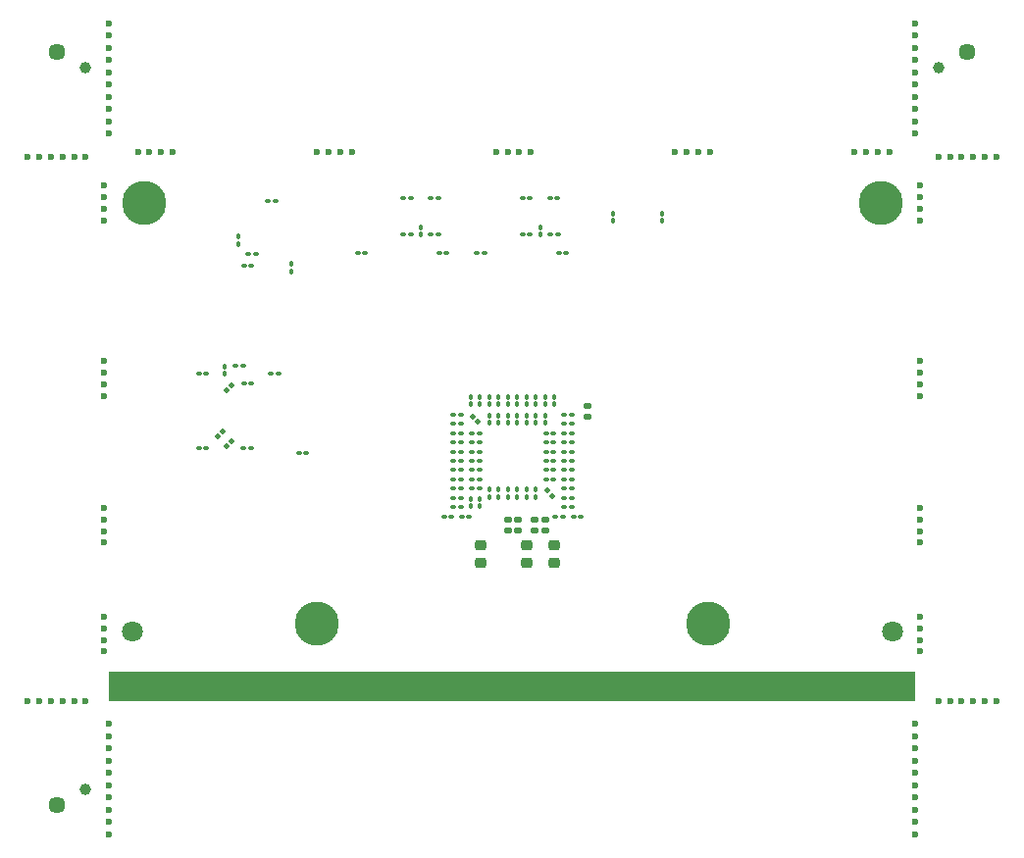
<source format=gbs>
G04 #@! TF.GenerationSoftware,KiCad,Pcbnew,9.0.0*
G04 #@! TF.CreationDate,2025-10-22T11:33:07+02:00*
G04 #@! TF.ProjectId,ecap5-bsom-frame,65636170-352d-4627-936f-6d2d6672616d,rev?*
G04 #@! TF.SameCoordinates,Original*
G04 #@! TF.FileFunction,Soldermask,Bot*
G04 #@! TF.FilePolarity,Negative*
%FSLAX46Y46*%
G04 Gerber Fmt 4.6, Leading zero omitted, Abs format (unit mm)*
G04 Created by KiCad (PCBNEW 9.0.0) date 2025-10-22 11:33:07*
%MOMM*%
%LPD*%
G01*
G04 APERTURE LIST*
G04 Aperture macros list*
%AMRoundRect*
0 Rectangle with rounded corners*
0 $1 Rounding radius*
0 $2 $3 $4 $5 $6 $7 $8 $9 X,Y pos of 4 corners*
0 Add a 4 corners polygon primitive as box body*
4,1,4,$2,$3,$4,$5,$6,$7,$8,$9,$2,$3,0*
0 Add four circle primitives for the rounded corners*
1,1,$1+$1,$2,$3*
1,1,$1+$1,$4,$5*
1,1,$1+$1,$6,$7*
1,1,$1+$1,$8,$9*
0 Add four rect primitives between the rounded corners*
20,1,$1+$1,$2,$3,$4,$5,0*
20,1,$1+$1,$4,$5,$6,$7,0*
20,1,$1+$1,$6,$7,$8,$9,0*
20,1,$1+$1,$8,$9,$2,$3,0*%
G04 Aperture macros list end*
%ADD10C,1.800000*%
%ADD11R,0.350000X2.250000*%
%ADD12C,0.600000*%
%ADD13C,2.600000*%
%ADD14C,3.800000*%
%ADD15C,1.448000*%
%ADD16RoundRect,0.100000X-0.130000X-0.100000X0.130000X-0.100000X0.130000X0.100000X-0.130000X0.100000X0*%
%ADD17RoundRect,0.100000X-0.162635X0.021213X0.021213X-0.162635X0.162635X-0.021213X-0.021213X0.162635X0*%
%ADD18C,1.000000*%
%ADD19RoundRect,0.100000X-0.100000X0.130000X-0.100000X-0.130000X0.100000X-0.130000X0.100000X0.130000X0*%
%ADD20RoundRect,0.100000X0.130000X0.100000X-0.130000X0.100000X-0.130000X-0.100000X0.130000X-0.100000X0*%
%ADD21RoundRect,0.100000X0.100000X-0.130000X0.100000X0.130000X-0.100000X0.130000X-0.100000X-0.130000X0*%
%ADD22RoundRect,0.225000X-0.250000X0.225000X-0.250000X-0.225000X0.250000X-0.225000X0.250000X0.225000X0*%
%ADD23RoundRect,0.100000X0.162635X-0.021213X-0.021213X0.162635X-0.162635X0.021213X0.021213X-0.162635X0*%
%ADD24RoundRect,0.140000X0.170000X-0.140000X0.170000X0.140000X-0.170000X0.140000X-0.170000X-0.140000X0*%
%ADD25RoundRect,0.100000X-0.021213X-0.162635X0.162635X0.021213X0.021213X0.162635X-0.162635X-0.021213X0*%
%ADD26RoundRect,0.100000X0.021213X0.162635X-0.162635X-0.021213X-0.021213X-0.162635X0.162635X0.021213X0*%
G04 APERTURE END LIST*
G36*
X113700000Y-75950000D02*
G01*
X183300000Y-75950000D01*
X183300000Y-78500000D01*
X113700000Y-78500000D01*
X113700000Y-75950000D01*
G37*
D10*
X115700000Y-72500000D03*
X181300000Y-72500000D03*
D11*
X115375000Y-77075000D03*
X115875000Y-77075000D03*
X116375000Y-77075000D03*
X116875000Y-77075000D03*
X117375000Y-77075000D03*
X117875000Y-77075000D03*
X118375000Y-77075000D03*
X118875000Y-77075000D03*
X119375000Y-77075000D03*
X119875000Y-77075000D03*
X120375000Y-77075000D03*
X120875000Y-77075000D03*
X121375000Y-77075000D03*
X121875000Y-77075000D03*
X122375000Y-77075000D03*
X122875000Y-77075000D03*
X123375000Y-77075000D03*
X123875000Y-77075000D03*
X124375000Y-77075000D03*
X124875000Y-77075000D03*
X125375000Y-77075000D03*
X125875000Y-77075000D03*
X126375000Y-77075000D03*
X126875000Y-77075000D03*
X127375000Y-77075000D03*
X127875000Y-77075000D03*
X128375000Y-77075000D03*
X128875000Y-77075000D03*
X129375000Y-77075000D03*
X129875000Y-77075000D03*
X130375000Y-77075000D03*
X130875000Y-77075000D03*
X131375000Y-77075000D03*
X131875000Y-77075000D03*
X132375000Y-77075000D03*
X132875000Y-77075000D03*
X133375000Y-77075000D03*
X133875000Y-77075000D03*
X134375000Y-77075000D03*
X134875000Y-77075000D03*
X135375000Y-77075000D03*
X135875000Y-77075000D03*
X136375000Y-77075000D03*
X136875000Y-77075000D03*
X137375000Y-77075000D03*
X137875000Y-77075000D03*
X138375000Y-77075000D03*
X138875000Y-77075000D03*
X139375000Y-77075000D03*
X139875000Y-77075000D03*
X140375000Y-77075000D03*
X140875000Y-77075000D03*
X141375000Y-77075000D03*
X141875000Y-77075000D03*
X142375000Y-77075000D03*
X142875000Y-77075000D03*
X143375000Y-77075000D03*
X143875000Y-77075000D03*
X144375000Y-77075000D03*
X144875000Y-77075000D03*
X145375000Y-77075000D03*
X145875000Y-77075000D03*
X146375000Y-77075000D03*
X146875000Y-77075000D03*
X147375000Y-77075000D03*
X147875000Y-77075000D03*
X148375000Y-77075000D03*
X148875000Y-77075000D03*
X149375000Y-77075000D03*
X149875000Y-77075000D03*
X150375000Y-77075000D03*
X150875000Y-77075000D03*
X153375000Y-77075000D03*
X153875000Y-77075000D03*
X154375000Y-77075000D03*
X154875000Y-77075000D03*
X155375000Y-77075000D03*
X155875000Y-77075000D03*
X156375000Y-77075000D03*
X156875000Y-77075000D03*
X157375000Y-77075000D03*
X157875000Y-77075000D03*
X158375000Y-77075000D03*
X158875000Y-77075000D03*
X159375000Y-77075000D03*
X159875000Y-77075000D03*
X160375000Y-77075000D03*
X160875000Y-77075000D03*
X161375000Y-77075000D03*
X161875000Y-77075000D03*
X162375000Y-77075000D03*
X162875000Y-77075000D03*
X163375000Y-77075000D03*
X163875000Y-77075000D03*
X164375000Y-77075000D03*
X164875000Y-77075000D03*
X165375000Y-77075000D03*
X165875000Y-77075000D03*
X166375000Y-77075000D03*
X166875000Y-77075000D03*
X167375000Y-77075000D03*
X167875000Y-77075000D03*
X168375000Y-77075000D03*
X168875000Y-77075000D03*
X169375000Y-77075000D03*
X169875000Y-77075000D03*
X170375000Y-77075000D03*
X170875000Y-77075000D03*
X171375000Y-77075000D03*
X171875000Y-77075000D03*
X172375000Y-77075000D03*
X172875000Y-77075000D03*
X173375000Y-77075000D03*
X173875000Y-77075000D03*
X174375000Y-77075000D03*
X174875000Y-77075000D03*
X175375000Y-77075000D03*
X175875000Y-77075000D03*
X176375000Y-77075000D03*
X176875000Y-77075000D03*
X177375000Y-77075000D03*
X177875000Y-77075000D03*
X178375000Y-77075000D03*
X178875000Y-77075000D03*
X179375000Y-77075000D03*
X179875000Y-77075000D03*
X180375000Y-77075000D03*
X180875000Y-77075000D03*
X181375000Y-77075000D03*
X181875000Y-77075000D03*
D12*
X188300000Y-78500000D03*
X149122550Y-31100000D03*
X113700000Y-82611111D03*
X113700000Y-24222223D03*
X113700000Y-90000000D03*
X113300000Y-51180000D03*
X113700000Y-87888888D03*
X108700000Y-78500000D03*
X162583775Y-31100000D03*
X107700000Y-78500000D03*
D13*
X180300000Y-35489800D03*
D14*
X180300000Y-35489800D03*
D12*
X183300000Y-84722222D03*
X148122550Y-31100000D03*
D13*
X116700000Y-35489800D03*
D14*
X116700000Y-35489800D03*
D12*
X147122550Y-31100000D03*
X183300000Y-83666666D03*
X190300000Y-31500000D03*
X183700000Y-62840000D03*
X116200099Y-31100000D03*
X113300000Y-34990000D03*
X113700000Y-23166667D03*
X183700000Y-61840000D03*
X183300000Y-85777777D03*
D15*
X187800000Y-22500000D03*
D12*
X110700000Y-31500000D03*
X183700000Y-72240000D03*
X113300000Y-63840000D03*
X113300000Y-52180000D03*
X183300000Y-81555555D03*
X183300000Y-27388889D03*
X109700000Y-78500000D03*
X150122550Y-31100000D03*
X189300000Y-31500000D03*
X113300000Y-49180000D03*
X113700000Y-21055556D03*
X113700000Y-28444445D03*
X190300000Y-78500000D03*
X111700000Y-31500000D03*
X187300000Y-31500000D03*
X110700000Y-78500000D03*
X183300000Y-82611111D03*
X134661324Y-31100000D03*
X183300000Y-26333334D03*
X131661324Y-31100000D03*
X189300000Y-78500000D03*
X109700000Y-31500000D03*
X183300000Y-80500000D03*
X113300000Y-36990000D03*
X186300000Y-31500000D03*
X185300000Y-78500000D03*
X186300000Y-78500000D03*
X113700000Y-86833333D03*
X113700000Y-80500000D03*
X117200099Y-31100000D03*
X183300000Y-87888888D03*
X180045000Y-31100000D03*
X183300000Y-25277778D03*
X183700000Y-52180000D03*
X113300000Y-71240000D03*
D15*
X109200000Y-22500000D03*
D12*
X113300000Y-50180000D03*
X183300000Y-86833333D03*
X118200099Y-31100000D03*
X108700000Y-31500000D03*
X183700000Y-63840000D03*
X107700000Y-31500000D03*
X113700000Y-29500000D03*
X183700000Y-73240000D03*
X113700000Y-83666666D03*
X111700000Y-78500000D03*
X113700000Y-81555555D03*
X113700000Y-84722222D03*
D15*
X109200000Y-87500000D03*
D12*
X188300000Y-31500000D03*
X183700000Y-71240000D03*
X113700000Y-27388889D03*
X113700000Y-26333334D03*
D13*
X165460000Y-71870000D03*
D14*
X165460000Y-71870000D03*
D12*
X183300000Y-28444445D03*
X183700000Y-74240000D03*
X183700000Y-34990000D03*
X133661324Y-31100000D03*
X183300000Y-22111112D03*
X183700000Y-64840000D03*
X183300000Y-90000000D03*
X106700000Y-78500000D03*
X113300000Y-74240000D03*
X183300000Y-29500000D03*
X183700000Y-50180000D03*
X183700000Y-33990000D03*
X113300000Y-62840000D03*
X132661324Y-31100000D03*
X183700000Y-49180000D03*
X113700000Y-88944444D03*
X113700000Y-25277778D03*
X187300000Y-78500000D03*
X178045000Y-31100000D03*
X113300000Y-61840000D03*
X185300000Y-31500000D03*
X183700000Y-35990000D03*
X183300000Y-21055556D03*
X183700000Y-36990000D03*
X183300000Y-23166667D03*
X183300000Y-24222223D03*
X106700000Y-31500000D03*
X113300000Y-73240000D03*
X181045000Y-31100000D03*
X183300000Y-20000000D03*
X183700000Y-51180000D03*
X179045000Y-31100000D03*
X113300000Y-72240000D03*
X113700000Y-85777777D03*
X113300000Y-33990000D03*
X113700000Y-20000000D03*
X183300000Y-88944444D03*
X119200099Y-31100000D03*
X164583775Y-31100000D03*
X163583775Y-31100000D03*
X113700000Y-22111112D03*
X165583775Y-31100000D03*
X113300000Y-35990000D03*
D13*
X131635000Y-71870000D03*
D14*
X131635000Y-71870000D03*
D12*
X113300000Y-64840000D03*
D16*
X143415000Y-55371800D03*
X144055000Y-55371800D03*
D17*
X145108726Y-53945526D03*
X145561274Y-54398074D03*
D18*
X185300000Y-23850000D03*
D19*
X150535000Y-53851800D03*
X150535000Y-54491800D03*
D16*
X143415000Y-56971800D03*
X144055000Y-56971800D03*
D18*
X111700000Y-23850000D03*
D20*
X125281800Y-49533200D03*
X124641800Y-49533200D03*
D19*
X152135000Y-52251800D03*
X152135000Y-52891800D03*
D16*
X145015000Y-56971800D03*
X145655000Y-56971800D03*
D19*
X147335000Y-53851800D03*
X147335000Y-54491800D03*
D20*
X153655000Y-60171800D03*
X153015000Y-60171800D03*
D21*
X148135000Y-60891800D03*
X148135000Y-60251800D03*
X140615000Y-38245000D03*
X140615000Y-37605000D03*
D20*
X125980000Y-40920000D03*
X125340000Y-40920000D03*
D16*
X145015000Y-60171800D03*
X145655000Y-60171800D03*
D20*
X152055000Y-55371800D03*
X151415000Y-55371800D03*
D19*
X144935000Y-61051800D03*
X144935000Y-61691800D03*
D20*
X126385000Y-39920000D03*
X125745000Y-39920000D03*
D21*
X149735000Y-60891800D03*
X149735000Y-60251800D03*
X123685000Y-50271800D03*
X123685000Y-49631800D03*
D20*
X146110000Y-39845000D03*
X145470000Y-39845000D03*
X152055000Y-56971800D03*
X151415000Y-56971800D03*
D19*
X145735000Y-52251800D03*
X145735000Y-52891800D03*
D20*
X153655000Y-57771800D03*
X153015000Y-57771800D03*
D19*
X146535000Y-52251800D03*
X146535000Y-52891800D03*
D20*
X128060000Y-35345000D03*
X127420000Y-35345000D03*
D16*
X139095000Y-38245000D03*
X139735000Y-38245000D03*
D20*
X152055000Y-56171800D03*
X151415000Y-56171800D03*
X152435000Y-38245000D03*
X151795000Y-38245000D03*
D19*
X145735000Y-61051800D03*
X145735000Y-61691800D03*
D16*
X145015000Y-55371800D03*
X145655000Y-55371800D03*
D19*
X148135000Y-52251800D03*
X148135000Y-52891800D03*
D20*
X153655000Y-61771800D03*
X153015000Y-61771800D03*
D22*
X145739000Y-65026600D03*
X145739000Y-66576600D03*
D16*
X141470000Y-35045000D03*
X142110000Y-35045000D03*
D19*
X150535000Y-52251800D03*
X150535000Y-52891800D03*
D23*
X151961274Y-60798074D03*
X151508726Y-60345526D03*
D16*
X151770000Y-35045000D03*
X152410000Y-35045000D03*
X143415000Y-54571800D03*
X144055000Y-54571800D03*
X145015000Y-57771800D03*
X145655000Y-57771800D03*
D21*
X148935000Y-60891800D03*
X148935000Y-60251800D03*
D16*
X143415000Y-56171800D03*
X144055000Y-56171800D03*
D20*
X122085000Y-56671800D03*
X121445000Y-56671800D03*
D16*
X145015000Y-59371800D03*
X145655000Y-59371800D03*
D20*
X150035000Y-35045000D03*
X149395000Y-35045000D03*
X152055000Y-57771800D03*
X151415000Y-57771800D03*
D16*
X145020000Y-56171800D03*
X145660000Y-56171800D03*
D19*
X147335000Y-52251800D03*
X147335000Y-52891800D03*
D24*
X151365000Y-63780000D03*
X151365000Y-62820000D03*
X155035000Y-53981800D03*
X155035000Y-53021800D03*
D20*
X142135000Y-38245000D03*
X141495000Y-38245000D03*
D24*
X149035000Y-63780000D03*
X149035000Y-62820000D03*
D21*
X147335000Y-60891800D03*
X147335000Y-60251800D03*
D16*
X143415000Y-60971800D03*
X144055000Y-60971800D03*
X143415000Y-53771800D03*
X144055000Y-53771800D03*
D19*
X149735000Y-52251800D03*
X149735000Y-52891800D03*
D21*
X150535000Y-60891800D03*
X150535000Y-60251800D03*
D16*
X127685000Y-50271800D03*
X128325000Y-50271800D03*
D25*
X123858726Y-56498074D03*
X124311274Y-56045526D03*
D20*
X153655000Y-60971800D03*
X153015000Y-60971800D03*
D19*
X149735000Y-53851800D03*
X149735000Y-54491800D03*
D16*
X142220000Y-39845000D03*
X142860000Y-39845000D03*
D20*
X122085000Y-50271800D03*
X121445000Y-50271800D03*
D19*
X144935000Y-52251800D03*
X144935000Y-52891800D03*
D16*
X144165000Y-62571800D03*
X144805000Y-62571800D03*
D19*
X148135000Y-53851800D03*
X148135000Y-54491800D03*
D20*
X153655000Y-56171800D03*
X153015000Y-56171800D03*
X143255000Y-62571800D03*
X142615000Y-62571800D03*
X139735000Y-35045000D03*
X139095000Y-35045000D03*
D24*
X148115000Y-63780000D03*
X148115000Y-62820000D03*
D16*
X152520000Y-39845000D03*
X153160000Y-39845000D03*
D20*
X135810000Y-39845000D03*
X135170000Y-39845000D03*
D16*
X143415000Y-59371800D03*
X144055000Y-59371800D03*
X143415000Y-61771800D03*
X144055000Y-61771800D03*
D19*
X151335000Y-52251800D03*
X151335000Y-52891800D03*
D16*
X143415000Y-60171800D03*
X144055000Y-60171800D03*
D24*
X150435000Y-63780000D03*
X150435000Y-62820000D03*
D16*
X149395000Y-38245000D03*
X150035000Y-38245000D03*
D19*
X124885000Y-38420000D03*
X124885000Y-39060000D03*
D16*
X153815000Y-62571800D03*
X154455000Y-62571800D03*
D20*
X153655000Y-59371800D03*
X153015000Y-59371800D03*
D19*
X151335000Y-53851800D03*
X151335000Y-54491800D03*
D16*
X125290000Y-56671800D03*
X125930000Y-56671800D03*
X145015000Y-58571800D03*
X145655000Y-58571800D03*
D20*
X153655000Y-53771800D03*
X153015000Y-53771800D03*
D18*
X111700000Y-86150000D03*
D26*
X123511274Y-55245526D03*
X123058726Y-55698074D03*
D19*
X161440000Y-36419300D03*
X161440000Y-37059300D03*
D20*
X152055000Y-59371800D03*
X151415000Y-59371800D03*
D19*
X146535000Y-53851800D03*
X146535000Y-54491800D03*
D16*
X130084800Y-57130000D03*
X130724800Y-57130000D03*
X143415000Y-57771800D03*
X144055000Y-57771800D03*
D20*
X153655000Y-58571800D03*
X153015000Y-58571800D03*
X153655000Y-56971800D03*
X153015000Y-56971800D03*
D19*
X148935000Y-53851800D03*
X148935000Y-54491800D03*
D22*
X152139800Y-65027200D03*
X152139800Y-66577200D03*
D19*
X148935000Y-52251800D03*
X148935000Y-52891800D03*
D20*
X152855000Y-62571800D03*
X152215000Y-62571800D03*
D16*
X143415000Y-58571800D03*
X144055000Y-58571800D03*
D21*
X146535000Y-60891800D03*
X146535000Y-60251800D03*
D20*
X152055000Y-58571800D03*
X151415000Y-58571800D03*
D22*
X149726800Y-65026600D03*
X149726800Y-66576600D03*
D20*
X153655000Y-54571800D03*
X153015000Y-54571800D03*
D25*
X123858726Y-51698074D03*
X124311274Y-51245526D03*
D19*
X129410000Y-40775000D03*
X129410000Y-41415000D03*
D21*
X150915000Y-38245000D03*
X150915000Y-37605000D03*
X157190000Y-37059300D03*
X157190000Y-36419300D03*
D20*
X153655000Y-55371800D03*
X153015000Y-55371800D03*
D16*
X125365000Y-51070000D03*
X126005000Y-51070000D03*
M02*

</source>
